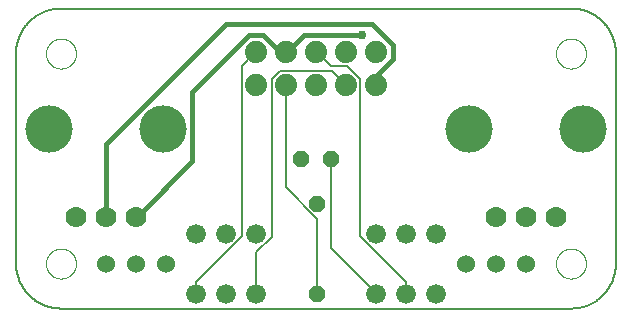
<source format=gbl>
G75*
%MOIN*%
%OFA0B0*%
%FSLAX25Y25*%
%IPPOS*%
%LPD*%
%AMOC8*
5,1,8,0,0,1.08239X$1,22.5*
%
%ADD10C,0.00000*%
%ADD11C,0.00600*%
%ADD12C,0.07400*%
%ADD13C,0.06600*%
%ADD14C,0.07000*%
%ADD15C,0.15748*%
%ADD16C,0.06000*%
%ADD17OC8,0.05200*%
%ADD18C,0.01500*%
%ADD19C,0.02978*%
D10*
X0011300Y0016300D02*
X0011302Y0016441D01*
X0011308Y0016582D01*
X0011318Y0016722D01*
X0011332Y0016862D01*
X0011350Y0017002D01*
X0011371Y0017141D01*
X0011397Y0017280D01*
X0011426Y0017418D01*
X0011460Y0017554D01*
X0011497Y0017690D01*
X0011538Y0017825D01*
X0011583Y0017959D01*
X0011632Y0018091D01*
X0011684Y0018222D01*
X0011740Y0018351D01*
X0011800Y0018478D01*
X0011863Y0018604D01*
X0011929Y0018728D01*
X0012000Y0018851D01*
X0012073Y0018971D01*
X0012150Y0019089D01*
X0012230Y0019205D01*
X0012314Y0019318D01*
X0012400Y0019429D01*
X0012490Y0019538D01*
X0012583Y0019644D01*
X0012678Y0019747D01*
X0012777Y0019848D01*
X0012878Y0019946D01*
X0012982Y0020041D01*
X0013089Y0020133D01*
X0013198Y0020222D01*
X0013310Y0020307D01*
X0013424Y0020390D01*
X0013540Y0020470D01*
X0013659Y0020546D01*
X0013780Y0020618D01*
X0013902Y0020688D01*
X0014027Y0020753D01*
X0014153Y0020816D01*
X0014281Y0020874D01*
X0014411Y0020929D01*
X0014542Y0020981D01*
X0014675Y0021028D01*
X0014809Y0021072D01*
X0014944Y0021113D01*
X0015080Y0021149D01*
X0015217Y0021181D01*
X0015355Y0021210D01*
X0015493Y0021235D01*
X0015633Y0021255D01*
X0015773Y0021272D01*
X0015913Y0021285D01*
X0016054Y0021294D01*
X0016194Y0021299D01*
X0016335Y0021300D01*
X0016476Y0021297D01*
X0016617Y0021290D01*
X0016757Y0021279D01*
X0016897Y0021264D01*
X0017037Y0021245D01*
X0017176Y0021223D01*
X0017314Y0021196D01*
X0017452Y0021166D01*
X0017588Y0021131D01*
X0017724Y0021093D01*
X0017858Y0021051D01*
X0017992Y0021005D01*
X0018124Y0020956D01*
X0018254Y0020902D01*
X0018383Y0020845D01*
X0018510Y0020785D01*
X0018636Y0020721D01*
X0018759Y0020653D01*
X0018881Y0020582D01*
X0019001Y0020508D01*
X0019118Y0020430D01*
X0019233Y0020349D01*
X0019346Y0020265D01*
X0019457Y0020178D01*
X0019565Y0020087D01*
X0019670Y0019994D01*
X0019773Y0019897D01*
X0019873Y0019798D01*
X0019970Y0019696D01*
X0020064Y0019591D01*
X0020155Y0019484D01*
X0020243Y0019374D01*
X0020328Y0019262D01*
X0020410Y0019147D01*
X0020489Y0019030D01*
X0020564Y0018911D01*
X0020636Y0018790D01*
X0020704Y0018667D01*
X0020769Y0018542D01*
X0020831Y0018415D01*
X0020888Y0018286D01*
X0020943Y0018156D01*
X0020993Y0018025D01*
X0021040Y0017892D01*
X0021083Y0017758D01*
X0021122Y0017622D01*
X0021157Y0017486D01*
X0021189Y0017349D01*
X0021216Y0017211D01*
X0021240Y0017072D01*
X0021260Y0016932D01*
X0021276Y0016792D01*
X0021288Y0016652D01*
X0021296Y0016511D01*
X0021300Y0016370D01*
X0021300Y0016230D01*
X0021296Y0016089D01*
X0021288Y0015948D01*
X0021276Y0015808D01*
X0021260Y0015668D01*
X0021240Y0015528D01*
X0021216Y0015389D01*
X0021189Y0015251D01*
X0021157Y0015114D01*
X0021122Y0014978D01*
X0021083Y0014842D01*
X0021040Y0014708D01*
X0020993Y0014575D01*
X0020943Y0014444D01*
X0020888Y0014314D01*
X0020831Y0014185D01*
X0020769Y0014058D01*
X0020704Y0013933D01*
X0020636Y0013810D01*
X0020564Y0013689D01*
X0020489Y0013570D01*
X0020410Y0013453D01*
X0020328Y0013338D01*
X0020243Y0013226D01*
X0020155Y0013116D01*
X0020064Y0013009D01*
X0019970Y0012904D01*
X0019873Y0012802D01*
X0019773Y0012703D01*
X0019670Y0012606D01*
X0019565Y0012513D01*
X0019457Y0012422D01*
X0019346Y0012335D01*
X0019233Y0012251D01*
X0019118Y0012170D01*
X0019001Y0012092D01*
X0018881Y0012018D01*
X0018759Y0011947D01*
X0018636Y0011879D01*
X0018510Y0011815D01*
X0018383Y0011755D01*
X0018254Y0011698D01*
X0018124Y0011644D01*
X0017992Y0011595D01*
X0017858Y0011549D01*
X0017724Y0011507D01*
X0017588Y0011469D01*
X0017452Y0011434D01*
X0017314Y0011404D01*
X0017176Y0011377D01*
X0017037Y0011355D01*
X0016897Y0011336D01*
X0016757Y0011321D01*
X0016617Y0011310D01*
X0016476Y0011303D01*
X0016335Y0011300D01*
X0016194Y0011301D01*
X0016054Y0011306D01*
X0015913Y0011315D01*
X0015773Y0011328D01*
X0015633Y0011345D01*
X0015493Y0011365D01*
X0015355Y0011390D01*
X0015217Y0011419D01*
X0015080Y0011451D01*
X0014944Y0011487D01*
X0014809Y0011528D01*
X0014675Y0011572D01*
X0014542Y0011619D01*
X0014411Y0011671D01*
X0014281Y0011726D01*
X0014153Y0011784D01*
X0014027Y0011847D01*
X0013902Y0011912D01*
X0013780Y0011982D01*
X0013659Y0012054D01*
X0013540Y0012130D01*
X0013424Y0012210D01*
X0013310Y0012293D01*
X0013198Y0012378D01*
X0013089Y0012467D01*
X0012982Y0012559D01*
X0012878Y0012654D01*
X0012777Y0012752D01*
X0012678Y0012853D01*
X0012583Y0012956D01*
X0012490Y0013062D01*
X0012400Y0013171D01*
X0012314Y0013282D01*
X0012230Y0013395D01*
X0012150Y0013511D01*
X0012073Y0013629D01*
X0012000Y0013749D01*
X0011929Y0013872D01*
X0011863Y0013996D01*
X0011800Y0014122D01*
X0011740Y0014249D01*
X0011684Y0014378D01*
X0011632Y0014509D01*
X0011583Y0014641D01*
X0011538Y0014775D01*
X0011497Y0014910D01*
X0011460Y0015046D01*
X0011426Y0015182D01*
X0011397Y0015320D01*
X0011371Y0015459D01*
X0011350Y0015598D01*
X0011332Y0015738D01*
X0011318Y0015878D01*
X0011308Y0016018D01*
X0011302Y0016159D01*
X0011300Y0016300D01*
X0011300Y0086300D02*
X0011302Y0086441D01*
X0011308Y0086582D01*
X0011318Y0086722D01*
X0011332Y0086862D01*
X0011350Y0087002D01*
X0011371Y0087141D01*
X0011397Y0087280D01*
X0011426Y0087418D01*
X0011460Y0087554D01*
X0011497Y0087690D01*
X0011538Y0087825D01*
X0011583Y0087959D01*
X0011632Y0088091D01*
X0011684Y0088222D01*
X0011740Y0088351D01*
X0011800Y0088478D01*
X0011863Y0088604D01*
X0011929Y0088728D01*
X0012000Y0088851D01*
X0012073Y0088971D01*
X0012150Y0089089D01*
X0012230Y0089205D01*
X0012314Y0089318D01*
X0012400Y0089429D01*
X0012490Y0089538D01*
X0012583Y0089644D01*
X0012678Y0089747D01*
X0012777Y0089848D01*
X0012878Y0089946D01*
X0012982Y0090041D01*
X0013089Y0090133D01*
X0013198Y0090222D01*
X0013310Y0090307D01*
X0013424Y0090390D01*
X0013540Y0090470D01*
X0013659Y0090546D01*
X0013780Y0090618D01*
X0013902Y0090688D01*
X0014027Y0090753D01*
X0014153Y0090816D01*
X0014281Y0090874D01*
X0014411Y0090929D01*
X0014542Y0090981D01*
X0014675Y0091028D01*
X0014809Y0091072D01*
X0014944Y0091113D01*
X0015080Y0091149D01*
X0015217Y0091181D01*
X0015355Y0091210D01*
X0015493Y0091235D01*
X0015633Y0091255D01*
X0015773Y0091272D01*
X0015913Y0091285D01*
X0016054Y0091294D01*
X0016194Y0091299D01*
X0016335Y0091300D01*
X0016476Y0091297D01*
X0016617Y0091290D01*
X0016757Y0091279D01*
X0016897Y0091264D01*
X0017037Y0091245D01*
X0017176Y0091223D01*
X0017314Y0091196D01*
X0017452Y0091166D01*
X0017588Y0091131D01*
X0017724Y0091093D01*
X0017858Y0091051D01*
X0017992Y0091005D01*
X0018124Y0090956D01*
X0018254Y0090902D01*
X0018383Y0090845D01*
X0018510Y0090785D01*
X0018636Y0090721D01*
X0018759Y0090653D01*
X0018881Y0090582D01*
X0019001Y0090508D01*
X0019118Y0090430D01*
X0019233Y0090349D01*
X0019346Y0090265D01*
X0019457Y0090178D01*
X0019565Y0090087D01*
X0019670Y0089994D01*
X0019773Y0089897D01*
X0019873Y0089798D01*
X0019970Y0089696D01*
X0020064Y0089591D01*
X0020155Y0089484D01*
X0020243Y0089374D01*
X0020328Y0089262D01*
X0020410Y0089147D01*
X0020489Y0089030D01*
X0020564Y0088911D01*
X0020636Y0088790D01*
X0020704Y0088667D01*
X0020769Y0088542D01*
X0020831Y0088415D01*
X0020888Y0088286D01*
X0020943Y0088156D01*
X0020993Y0088025D01*
X0021040Y0087892D01*
X0021083Y0087758D01*
X0021122Y0087622D01*
X0021157Y0087486D01*
X0021189Y0087349D01*
X0021216Y0087211D01*
X0021240Y0087072D01*
X0021260Y0086932D01*
X0021276Y0086792D01*
X0021288Y0086652D01*
X0021296Y0086511D01*
X0021300Y0086370D01*
X0021300Y0086230D01*
X0021296Y0086089D01*
X0021288Y0085948D01*
X0021276Y0085808D01*
X0021260Y0085668D01*
X0021240Y0085528D01*
X0021216Y0085389D01*
X0021189Y0085251D01*
X0021157Y0085114D01*
X0021122Y0084978D01*
X0021083Y0084842D01*
X0021040Y0084708D01*
X0020993Y0084575D01*
X0020943Y0084444D01*
X0020888Y0084314D01*
X0020831Y0084185D01*
X0020769Y0084058D01*
X0020704Y0083933D01*
X0020636Y0083810D01*
X0020564Y0083689D01*
X0020489Y0083570D01*
X0020410Y0083453D01*
X0020328Y0083338D01*
X0020243Y0083226D01*
X0020155Y0083116D01*
X0020064Y0083009D01*
X0019970Y0082904D01*
X0019873Y0082802D01*
X0019773Y0082703D01*
X0019670Y0082606D01*
X0019565Y0082513D01*
X0019457Y0082422D01*
X0019346Y0082335D01*
X0019233Y0082251D01*
X0019118Y0082170D01*
X0019001Y0082092D01*
X0018881Y0082018D01*
X0018759Y0081947D01*
X0018636Y0081879D01*
X0018510Y0081815D01*
X0018383Y0081755D01*
X0018254Y0081698D01*
X0018124Y0081644D01*
X0017992Y0081595D01*
X0017858Y0081549D01*
X0017724Y0081507D01*
X0017588Y0081469D01*
X0017452Y0081434D01*
X0017314Y0081404D01*
X0017176Y0081377D01*
X0017037Y0081355D01*
X0016897Y0081336D01*
X0016757Y0081321D01*
X0016617Y0081310D01*
X0016476Y0081303D01*
X0016335Y0081300D01*
X0016194Y0081301D01*
X0016054Y0081306D01*
X0015913Y0081315D01*
X0015773Y0081328D01*
X0015633Y0081345D01*
X0015493Y0081365D01*
X0015355Y0081390D01*
X0015217Y0081419D01*
X0015080Y0081451D01*
X0014944Y0081487D01*
X0014809Y0081528D01*
X0014675Y0081572D01*
X0014542Y0081619D01*
X0014411Y0081671D01*
X0014281Y0081726D01*
X0014153Y0081784D01*
X0014027Y0081847D01*
X0013902Y0081912D01*
X0013780Y0081982D01*
X0013659Y0082054D01*
X0013540Y0082130D01*
X0013424Y0082210D01*
X0013310Y0082293D01*
X0013198Y0082378D01*
X0013089Y0082467D01*
X0012982Y0082559D01*
X0012878Y0082654D01*
X0012777Y0082752D01*
X0012678Y0082853D01*
X0012583Y0082956D01*
X0012490Y0083062D01*
X0012400Y0083171D01*
X0012314Y0083282D01*
X0012230Y0083395D01*
X0012150Y0083511D01*
X0012073Y0083629D01*
X0012000Y0083749D01*
X0011929Y0083872D01*
X0011863Y0083996D01*
X0011800Y0084122D01*
X0011740Y0084249D01*
X0011684Y0084378D01*
X0011632Y0084509D01*
X0011583Y0084641D01*
X0011538Y0084775D01*
X0011497Y0084910D01*
X0011460Y0085046D01*
X0011426Y0085182D01*
X0011397Y0085320D01*
X0011371Y0085459D01*
X0011350Y0085598D01*
X0011332Y0085738D01*
X0011318Y0085878D01*
X0011308Y0086018D01*
X0011302Y0086159D01*
X0011300Y0086300D01*
X0181300Y0086300D02*
X0181302Y0086441D01*
X0181308Y0086582D01*
X0181318Y0086722D01*
X0181332Y0086862D01*
X0181350Y0087002D01*
X0181371Y0087141D01*
X0181397Y0087280D01*
X0181426Y0087418D01*
X0181460Y0087554D01*
X0181497Y0087690D01*
X0181538Y0087825D01*
X0181583Y0087959D01*
X0181632Y0088091D01*
X0181684Y0088222D01*
X0181740Y0088351D01*
X0181800Y0088478D01*
X0181863Y0088604D01*
X0181929Y0088728D01*
X0182000Y0088851D01*
X0182073Y0088971D01*
X0182150Y0089089D01*
X0182230Y0089205D01*
X0182314Y0089318D01*
X0182400Y0089429D01*
X0182490Y0089538D01*
X0182583Y0089644D01*
X0182678Y0089747D01*
X0182777Y0089848D01*
X0182878Y0089946D01*
X0182982Y0090041D01*
X0183089Y0090133D01*
X0183198Y0090222D01*
X0183310Y0090307D01*
X0183424Y0090390D01*
X0183540Y0090470D01*
X0183659Y0090546D01*
X0183780Y0090618D01*
X0183902Y0090688D01*
X0184027Y0090753D01*
X0184153Y0090816D01*
X0184281Y0090874D01*
X0184411Y0090929D01*
X0184542Y0090981D01*
X0184675Y0091028D01*
X0184809Y0091072D01*
X0184944Y0091113D01*
X0185080Y0091149D01*
X0185217Y0091181D01*
X0185355Y0091210D01*
X0185493Y0091235D01*
X0185633Y0091255D01*
X0185773Y0091272D01*
X0185913Y0091285D01*
X0186054Y0091294D01*
X0186194Y0091299D01*
X0186335Y0091300D01*
X0186476Y0091297D01*
X0186617Y0091290D01*
X0186757Y0091279D01*
X0186897Y0091264D01*
X0187037Y0091245D01*
X0187176Y0091223D01*
X0187314Y0091196D01*
X0187452Y0091166D01*
X0187588Y0091131D01*
X0187724Y0091093D01*
X0187858Y0091051D01*
X0187992Y0091005D01*
X0188124Y0090956D01*
X0188254Y0090902D01*
X0188383Y0090845D01*
X0188510Y0090785D01*
X0188636Y0090721D01*
X0188759Y0090653D01*
X0188881Y0090582D01*
X0189001Y0090508D01*
X0189118Y0090430D01*
X0189233Y0090349D01*
X0189346Y0090265D01*
X0189457Y0090178D01*
X0189565Y0090087D01*
X0189670Y0089994D01*
X0189773Y0089897D01*
X0189873Y0089798D01*
X0189970Y0089696D01*
X0190064Y0089591D01*
X0190155Y0089484D01*
X0190243Y0089374D01*
X0190328Y0089262D01*
X0190410Y0089147D01*
X0190489Y0089030D01*
X0190564Y0088911D01*
X0190636Y0088790D01*
X0190704Y0088667D01*
X0190769Y0088542D01*
X0190831Y0088415D01*
X0190888Y0088286D01*
X0190943Y0088156D01*
X0190993Y0088025D01*
X0191040Y0087892D01*
X0191083Y0087758D01*
X0191122Y0087622D01*
X0191157Y0087486D01*
X0191189Y0087349D01*
X0191216Y0087211D01*
X0191240Y0087072D01*
X0191260Y0086932D01*
X0191276Y0086792D01*
X0191288Y0086652D01*
X0191296Y0086511D01*
X0191300Y0086370D01*
X0191300Y0086230D01*
X0191296Y0086089D01*
X0191288Y0085948D01*
X0191276Y0085808D01*
X0191260Y0085668D01*
X0191240Y0085528D01*
X0191216Y0085389D01*
X0191189Y0085251D01*
X0191157Y0085114D01*
X0191122Y0084978D01*
X0191083Y0084842D01*
X0191040Y0084708D01*
X0190993Y0084575D01*
X0190943Y0084444D01*
X0190888Y0084314D01*
X0190831Y0084185D01*
X0190769Y0084058D01*
X0190704Y0083933D01*
X0190636Y0083810D01*
X0190564Y0083689D01*
X0190489Y0083570D01*
X0190410Y0083453D01*
X0190328Y0083338D01*
X0190243Y0083226D01*
X0190155Y0083116D01*
X0190064Y0083009D01*
X0189970Y0082904D01*
X0189873Y0082802D01*
X0189773Y0082703D01*
X0189670Y0082606D01*
X0189565Y0082513D01*
X0189457Y0082422D01*
X0189346Y0082335D01*
X0189233Y0082251D01*
X0189118Y0082170D01*
X0189001Y0082092D01*
X0188881Y0082018D01*
X0188759Y0081947D01*
X0188636Y0081879D01*
X0188510Y0081815D01*
X0188383Y0081755D01*
X0188254Y0081698D01*
X0188124Y0081644D01*
X0187992Y0081595D01*
X0187858Y0081549D01*
X0187724Y0081507D01*
X0187588Y0081469D01*
X0187452Y0081434D01*
X0187314Y0081404D01*
X0187176Y0081377D01*
X0187037Y0081355D01*
X0186897Y0081336D01*
X0186757Y0081321D01*
X0186617Y0081310D01*
X0186476Y0081303D01*
X0186335Y0081300D01*
X0186194Y0081301D01*
X0186054Y0081306D01*
X0185913Y0081315D01*
X0185773Y0081328D01*
X0185633Y0081345D01*
X0185493Y0081365D01*
X0185355Y0081390D01*
X0185217Y0081419D01*
X0185080Y0081451D01*
X0184944Y0081487D01*
X0184809Y0081528D01*
X0184675Y0081572D01*
X0184542Y0081619D01*
X0184411Y0081671D01*
X0184281Y0081726D01*
X0184153Y0081784D01*
X0184027Y0081847D01*
X0183902Y0081912D01*
X0183780Y0081982D01*
X0183659Y0082054D01*
X0183540Y0082130D01*
X0183424Y0082210D01*
X0183310Y0082293D01*
X0183198Y0082378D01*
X0183089Y0082467D01*
X0182982Y0082559D01*
X0182878Y0082654D01*
X0182777Y0082752D01*
X0182678Y0082853D01*
X0182583Y0082956D01*
X0182490Y0083062D01*
X0182400Y0083171D01*
X0182314Y0083282D01*
X0182230Y0083395D01*
X0182150Y0083511D01*
X0182073Y0083629D01*
X0182000Y0083749D01*
X0181929Y0083872D01*
X0181863Y0083996D01*
X0181800Y0084122D01*
X0181740Y0084249D01*
X0181684Y0084378D01*
X0181632Y0084509D01*
X0181583Y0084641D01*
X0181538Y0084775D01*
X0181497Y0084910D01*
X0181460Y0085046D01*
X0181426Y0085182D01*
X0181397Y0085320D01*
X0181371Y0085459D01*
X0181350Y0085598D01*
X0181332Y0085738D01*
X0181318Y0085878D01*
X0181308Y0086018D01*
X0181302Y0086159D01*
X0181300Y0086300D01*
X0181300Y0016300D02*
X0181302Y0016441D01*
X0181308Y0016582D01*
X0181318Y0016722D01*
X0181332Y0016862D01*
X0181350Y0017002D01*
X0181371Y0017141D01*
X0181397Y0017280D01*
X0181426Y0017418D01*
X0181460Y0017554D01*
X0181497Y0017690D01*
X0181538Y0017825D01*
X0181583Y0017959D01*
X0181632Y0018091D01*
X0181684Y0018222D01*
X0181740Y0018351D01*
X0181800Y0018478D01*
X0181863Y0018604D01*
X0181929Y0018728D01*
X0182000Y0018851D01*
X0182073Y0018971D01*
X0182150Y0019089D01*
X0182230Y0019205D01*
X0182314Y0019318D01*
X0182400Y0019429D01*
X0182490Y0019538D01*
X0182583Y0019644D01*
X0182678Y0019747D01*
X0182777Y0019848D01*
X0182878Y0019946D01*
X0182982Y0020041D01*
X0183089Y0020133D01*
X0183198Y0020222D01*
X0183310Y0020307D01*
X0183424Y0020390D01*
X0183540Y0020470D01*
X0183659Y0020546D01*
X0183780Y0020618D01*
X0183902Y0020688D01*
X0184027Y0020753D01*
X0184153Y0020816D01*
X0184281Y0020874D01*
X0184411Y0020929D01*
X0184542Y0020981D01*
X0184675Y0021028D01*
X0184809Y0021072D01*
X0184944Y0021113D01*
X0185080Y0021149D01*
X0185217Y0021181D01*
X0185355Y0021210D01*
X0185493Y0021235D01*
X0185633Y0021255D01*
X0185773Y0021272D01*
X0185913Y0021285D01*
X0186054Y0021294D01*
X0186194Y0021299D01*
X0186335Y0021300D01*
X0186476Y0021297D01*
X0186617Y0021290D01*
X0186757Y0021279D01*
X0186897Y0021264D01*
X0187037Y0021245D01*
X0187176Y0021223D01*
X0187314Y0021196D01*
X0187452Y0021166D01*
X0187588Y0021131D01*
X0187724Y0021093D01*
X0187858Y0021051D01*
X0187992Y0021005D01*
X0188124Y0020956D01*
X0188254Y0020902D01*
X0188383Y0020845D01*
X0188510Y0020785D01*
X0188636Y0020721D01*
X0188759Y0020653D01*
X0188881Y0020582D01*
X0189001Y0020508D01*
X0189118Y0020430D01*
X0189233Y0020349D01*
X0189346Y0020265D01*
X0189457Y0020178D01*
X0189565Y0020087D01*
X0189670Y0019994D01*
X0189773Y0019897D01*
X0189873Y0019798D01*
X0189970Y0019696D01*
X0190064Y0019591D01*
X0190155Y0019484D01*
X0190243Y0019374D01*
X0190328Y0019262D01*
X0190410Y0019147D01*
X0190489Y0019030D01*
X0190564Y0018911D01*
X0190636Y0018790D01*
X0190704Y0018667D01*
X0190769Y0018542D01*
X0190831Y0018415D01*
X0190888Y0018286D01*
X0190943Y0018156D01*
X0190993Y0018025D01*
X0191040Y0017892D01*
X0191083Y0017758D01*
X0191122Y0017622D01*
X0191157Y0017486D01*
X0191189Y0017349D01*
X0191216Y0017211D01*
X0191240Y0017072D01*
X0191260Y0016932D01*
X0191276Y0016792D01*
X0191288Y0016652D01*
X0191296Y0016511D01*
X0191300Y0016370D01*
X0191300Y0016230D01*
X0191296Y0016089D01*
X0191288Y0015948D01*
X0191276Y0015808D01*
X0191260Y0015668D01*
X0191240Y0015528D01*
X0191216Y0015389D01*
X0191189Y0015251D01*
X0191157Y0015114D01*
X0191122Y0014978D01*
X0191083Y0014842D01*
X0191040Y0014708D01*
X0190993Y0014575D01*
X0190943Y0014444D01*
X0190888Y0014314D01*
X0190831Y0014185D01*
X0190769Y0014058D01*
X0190704Y0013933D01*
X0190636Y0013810D01*
X0190564Y0013689D01*
X0190489Y0013570D01*
X0190410Y0013453D01*
X0190328Y0013338D01*
X0190243Y0013226D01*
X0190155Y0013116D01*
X0190064Y0013009D01*
X0189970Y0012904D01*
X0189873Y0012802D01*
X0189773Y0012703D01*
X0189670Y0012606D01*
X0189565Y0012513D01*
X0189457Y0012422D01*
X0189346Y0012335D01*
X0189233Y0012251D01*
X0189118Y0012170D01*
X0189001Y0012092D01*
X0188881Y0012018D01*
X0188759Y0011947D01*
X0188636Y0011879D01*
X0188510Y0011815D01*
X0188383Y0011755D01*
X0188254Y0011698D01*
X0188124Y0011644D01*
X0187992Y0011595D01*
X0187858Y0011549D01*
X0187724Y0011507D01*
X0187588Y0011469D01*
X0187452Y0011434D01*
X0187314Y0011404D01*
X0187176Y0011377D01*
X0187037Y0011355D01*
X0186897Y0011336D01*
X0186757Y0011321D01*
X0186617Y0011310D01*
X0186476Y0011303D01*
X0186335Y0011300D01*
X0186194Y0011301D01*
X0186054Y0011306D01*
X0185913Y0011315D01*
X0185773Y0011328D01*
X0185633Y0011345D01*
X0185493Y0011365D01*
X0185355Y0011390D01*
X0185217Y0011419D01*
X0185080Y0011451D01*
X0184944Y0011487D01*
X0184809Y0011528D01*
X0184675Y0011572D01*
X0184542Y0011619D01*
X0184411Y0011671D01*
X0184281Y0011726D01*
X0184153Y0011784D01*
X0184027Y0011847D01*
X0183902Y0011912D01*
X0183780Y0011982D01*
X0183659Y0012054D01*
X0183540Y0012130D01*
X0183424Y0012210D01*
X0183310Y0012293D01*
X0183198Y0012378D01*
X0183089Y0012467D01*
X0182982Y0012559D01*
X0182878Y0012654D01*
X0182777Y0012752D01*
X0182678Y0012853D01*
X0182583Y0012956D01*
X0182490Y0013062D01*
X0182400Y0013171D01*
X0182314Y0013282D01*
X0182230Y0013395D01*
X0182150Y0013511D01*
X0182073Y0013629D01*
X0182000Y0013749D01*
X0181929Y0013872D01*
X0181863Y0013996D01*
X0181800Y0014122D01*
X0181740Y0014249D01*
X0181684Y0014378D01*
X0181632Y0014509D01*
X0181583Y0014641D01*
X0181538Y0014775D01*
X0181497Y0014910D01*
X0181460Y0015046D01*
X0181426Y0015182D01*
X0181397Y0015320D01*
X0181371Y0015459D01*
X0181350Y0015598D01*
X0181332Y0015738D01*
X0181318Y0015878D01*
X0181308Y0016018D01*
X0181302Y0016159D01*
X0181300Y0016300D01*
D11*
X0186300Y0001300D02*
X0016300Y0001300D01*
X0015938Y0001304D01*
X0015575Y0001318D01*
X0015213Y0001339D01*
X0014852Y0001370D01*
X0014492Y0001409D01*
X0014133Y0001457D01*
X0013775Y0001514D01*
X0013418Y0001579D01*
X0013063Y0001653D01*
X0012710Y0001736D01*
X0012359Y0001827D01*
X0012011Y0001926D01*
X0011665Y0002034D01*
X0011321Y0002150D01*
X0010981Y0002275D01*
X0010644Y0002407D01*
X0010310Y0002548D01*
X0009979Y0002697D01*
X0009652Y0002854D01*
X0009329Y0003018D01*
X0009010Y0003190D01*
X0008696Y0003370D01*
X0008385Y0003558D01*
X0008080Y0003753D01*
X0007779Y0003955D01*
X0007483Y0004165D01*
X0007193Y0004381D01*
X0006907Y0004605D01*
X0006627Y0004835D01*
X0006353Y0005072D01*
X0006085Y0005316D01*
X0005822Y0005566D01*
X0005566Y0005822D01*
X0005316Y0006085D01*
X0005072Y0006353D01*
X0004835Y0006627D01*
X0004605Y0006907D01*
X0004381Y0007193D01*
X0004165Y0007483D01*
X0003955Y0007779D01*
X0003753Y0008080D01*
X0003558Y0008385D01*
X0003370Y0008696D01*
X0003190Y0009010D01*
X0003018Y0009329D01*
X0002854Y0009652D01*
X0002697Y0009979D01*
X0002548Y0010310D01*
X0002407Y0010644D01*
X0002275Y0010981D01*
X0002150Y0011321D01*
X0002034Y0011665D01*
X0001926Y0012011D01*
X0001827Y0012359D01*
X0001736Y0012710D01*
X0001653Y0013063D01*
X0001579Y0013418D01*
X0001514Y0013775D01*
X0001457Y0014133D01*
X0001409Y0014492D01*
X0001370Y0014852D01*
X0001339Y0015213D01*
X0001318Y0015575D01*
X0001304Y0015938D01*
X0001300Y0016300D01*
X0001300Y0086300D01*
X0001304Y0086662D01*
X0001318Y0087025D01*
X0001339Y0087387D01*
X0001370Y0087748D01*
X0001409Y0088108D01*
X0001457Y0088467D01*
X0001514Y0088825D01*
X0001579Y0089182D01*
X0001653Y0089537D01*
X0001736Y0089890D01*
X0001827Y0090241D01*
X0001926Y0090589D01*
X0002034Y0090935D01*
X0002150Y0091279D01*
X0002275Y0091619D01*
X0002407Y0091956D01*
X0002548Y0092290D01*
X0002697Y0092621D01*
X0002854Y0092948D01*
X0003018Y0093271D01*
X0003190Y0093590D01*
X0003370Y0093904D01*
X0003558Y0094215D01*
X0003753Y0094520D01*
X0003955Y0094821D01*
X0004165Y0095117D01*
X0004381Y0095407D01*
X0004605Y0095693D01*
X0004835Y0095973D01*
X0005072Y0096247D01*
X0005316Y0096515D01*
X0005566Y0096778D01*
X0005822Y0097034D01*
X0006085Y0097284D01*
X0006353Y0097528D01*
X0006627Y0097765D01*
X0006907Y0097995D01*
X0007193Y0098219D01*
X0007483Y0098435D01*
X0007779Y0098645D01*
X0008080Y0098847D01*
X0008385Y0099042D01*
X0008696Y0099230D01*
X0009010Y0099410D01*
X0009329Y0099582D01*
X0009652Y0099746D01*
X0009979Y0099903D01*
X0010310Y0100052D01*
X0010644Y0100193D01*
X0010981Y0100325D01*
X0011321Y0100450D01*
X0011665Y0100566D01*
X0012011Y0100674D01*
X0012359Y0100773D01*
X0012710Y0100864D01*
X0013063Y0100947D01*
X0013418Y0101021D01*
X0013775Y0101086D01*
X0014133Y0101143D01*
X0014492Y0101191D01*
X0014852Y0101230D01*
X0015213Y0101261D01*
X0015575Y0101282D01*
X0015938Y0101296D01*
X0016300Y0101300D01*
X0186300Y0101300D01*
X0186662Y0101296D01*
X0187025Y0101282D01*
X0187387Y0101261D01*
X0187748Y0101230D01*
X0188108Y0101191D01*
X0188467Y0101143D01*
X0188825Y0101086D01*
X0189182Y0101021D01*
X0189537Y0100947D01*
X0189890Y0100864D01*
X0190241Y0100773D01*
X0190589Y0100674D01*
X0190935Y0100566D01*
X0191279Y0100450D01*
X0191619Y0100325D01*
X0191956Y0100193D01*
X0192290Y0100052D01*
X0192621Y0099903D01*
X0192948Y0099746D01*
X0193271Y0099582D01*
X0193590Y0099410D01*
X0193904Y0099230D01*
X0194215Y0099042D01*
X0194520Y0098847D01*
X0194821Y0098645D01*
X0195117Y0098435D01*
X0195407Y0098219D01*
X0195693Y0097995D01*
X0195973Y0097765D01*
X0196247Y0097528D01*
X0196515Y0097284D01*
X0196778Y0097034D01*
X0197034Y0096778D01*
X0197284Y0096515D01*
X0197528Y0096247D01*
X0197765Y0095973D01*
X0197995Y0095693D01*
X0198219Y0095407D01*
X0198435Y0095117D01*
X0198645Y0094821D01*
X0198847Y0094520D01*
X0199042Y0094215D01*
X0199230Y0093904D01*
X0199410Y0093590D01*
X0199582Y0093271D01*
X0199746Y0092948D01*
X0199903Y0092621D01*
X0200052Y0092290D01*
X0200193Y0091956D01*
X0200325Y0091619D01*
X0200450Y0091279D01*
X0200566Y0090935D01*
X0200674Y0090589D01*
X0200773Y0090241D01*
X0200864Y0089890D01*
X0200947Y0089537D01*
X0201021Y0089182D01*
X0201086Y0088825D01*
X0201143Y0088467D01*
X0201191Y0088108D01*
X0201230Y0087748D01*
X0201261Y0087387D01*
X0201282Y0087025D01*
X0201296Y0086662D01*
X0201300Y0086300D01*
X0201300Y0016300D01*
X0201296Y0015938D01*
X0201282Y0015575D01*
X0201261Y0015213D01*
X0201230Y0014852D01*
X0201191Y0014492D01*
X0201143Y0014133D01*
X0201086Y0013775D01*
X0201021Y0013418D01*
X0200947Y0013063D01*
X0200864Y0012710D01*
X0200773Y0012359D01*
X0200674Y0012011D01*
X0200566Y0011665D01*
X0200450Y0011321D01*
X0200325Y0010981D01*
X0200193Y0010644D01*
X0200052Y0010310D01*
X0199903Y0009979D01*
X0199746Y0009652D01*
X0199582Y0009329D01*
X0199410Y0009010D01*
X0199230Y0008696D01*
X0199042Y0008385D01*
X0198847Y0008080D01*
X0198645Y0007779D01*
X0198435Y0007483D01*
X0198219Y0007193D01*
X0197995Y0006907D01*
X0197765Y0006627D01*
X0197528Y0006353D01*
X0197284Y0006085D01*
X0197034Y0005822D01*
X0196778Y0005566D01*
X0196515Y0005316D01*
X0196247Y0005072D01*
X0195973Y0004835D01*
X0195693Y0004605D01*
X0195407Y0004381D01*
X0195117Y0004165D01*
X0194821Y0003955D01*
X0194520Y0003753D01*
X0194215Y0003558D01*
X0193904Y0003370D01*
X0193590Y0003190D01*
X0193271Y0003018D01*
X0192948Y0002854D01*
X0192621Y0002697D01*
X0192290Y0002548D01*
X0191956Y0002407D01*
X0191619Y0002275D01*
X0191279Y0002150D01*
X0190935Y0002034D01*
X0190589Y0001926D01*
X0190241Y0001827D01*
X0189890Y0001736D01*
X0189537Y0001653D01*
X0189182Y0001579D01*
X0188825Y0001514D01*
X0188467Y0001457D01*
X0188108Y0001409D01*
X0187748Y0001370D01*
X0187387Y0001339D01*
X0187025Y0001318D01*
X0186662Y0001304D01*
X0186300Y0001300D01*
X0131300Y0006300D02*
X0131200Y0006400D01*
X0131200Y0010300D01*
X0115900Y0025600D01*
X0115900Y0077800D01*
X0111700Y0082000D01*
X0106300Y0082000D01*
X0101500Y0086800D01*
X0101300Y0086800D01*
X0106600Y0080500D02*
X0089200Y0080500D01*
X0086500Y0077800D01*
X0086500Y0025300D01*
X0081400Y0020200D01*
X0081400Y0006400D01*
X0081300Y0006300D01*
X0076600Y0025600D02*
X0061300Y0010300D01*
X0061300Y0006300D01*
X0076600Y0025600D02*
X0076600Y0082300D01*
X0081100Y0086800D01*
X0081300Y0086800D01*
X0091300Y0075800D02*
X0091300Y0041800D01*
X0101800Y0031300D01*
X0101800Y0006300D01*
X0106300Y0021400D02*
X0121300Y0006400D01*
X0121300Y0006300D01*
X0106300Y0021400D02*
X0106300Y0051300D01*
X0111300Y0075800D02*
X0106600Y0080500D01*
D12*
X0111300Y0075800D03*
X0101300Y0075800D03*
X0091300Y0075800D03*
X0081300Y0075800D03*
X0081300Y0086800D03*
X0091300Y0086800D03*
X0101300Y0086800D03*
X0111300Y0086800D03*
X0121300Y0086800D03*
X0121300Y0075800D03*
D13*
X0121300Y0026300D03*
X0131300Y0026300D03*
X0141300Y0026300D03*
X0141300Y0006300D03*
X0131300Y0006300D03*
X0121300Y0006300D03*
X0081300Y0006300D03*
X0071300Y0006300D03*
X0061300Y0006300D03*
X0061300Y0026300D03*
X0071300Y0026300D03*
X0081300Y0026300D03*
D14*
X0041300Y0031772D03*
X0031300Y0031772D03*
X0021300Y0031772D03*
X0161300Y0031772D03*
X0171300Y0031772D03*
X0181300Y0031772D03*
D15*
X0190198Y0061300D03*
X0152402Y0061300D03*
X0050198Y0061300D03*
X0012402Y0061300D03*
D16*
X0031300Y0016300D03*
X0041300Y0016300D03*
X0051300Y0016300D03*
X0151300Y0016300D03*
X0161300Y0016300D03*
X0171300Y0016300D03*
D17*
X0101800Y0006300D03*
X0101800Y0036300D03*
X0106300Y0051300D03*
X0096300Y0051300D03*
D18*
X0060100Y0050500D02*
X0041500Y0031900D01*
X0041300Y0031772D01*
X0031300Y0031772D02*
X0031300Y0056200D01*
X0071200Y0096100D01*
X0120100Y0096100D01*
X0127000Y0089200D01*
X0127000Y0084400D01*
X0121300Y0078700D01*
X0121300Y0075800D01*
X0097300Y0092500D02*
X0091900Y0087100D01*
X0091300Y0086800D01*
X0089200Y0086800D01*
X0083500Y0092500D01*
X0079000Y0092500D01*
X0060100Y0073600D01*
X0060100Y0050500D01*
X0097300Y0092500D02*
X0116500Y0092500D01*
D19*
X0116500Y0092500D03*
M02*

</source>
